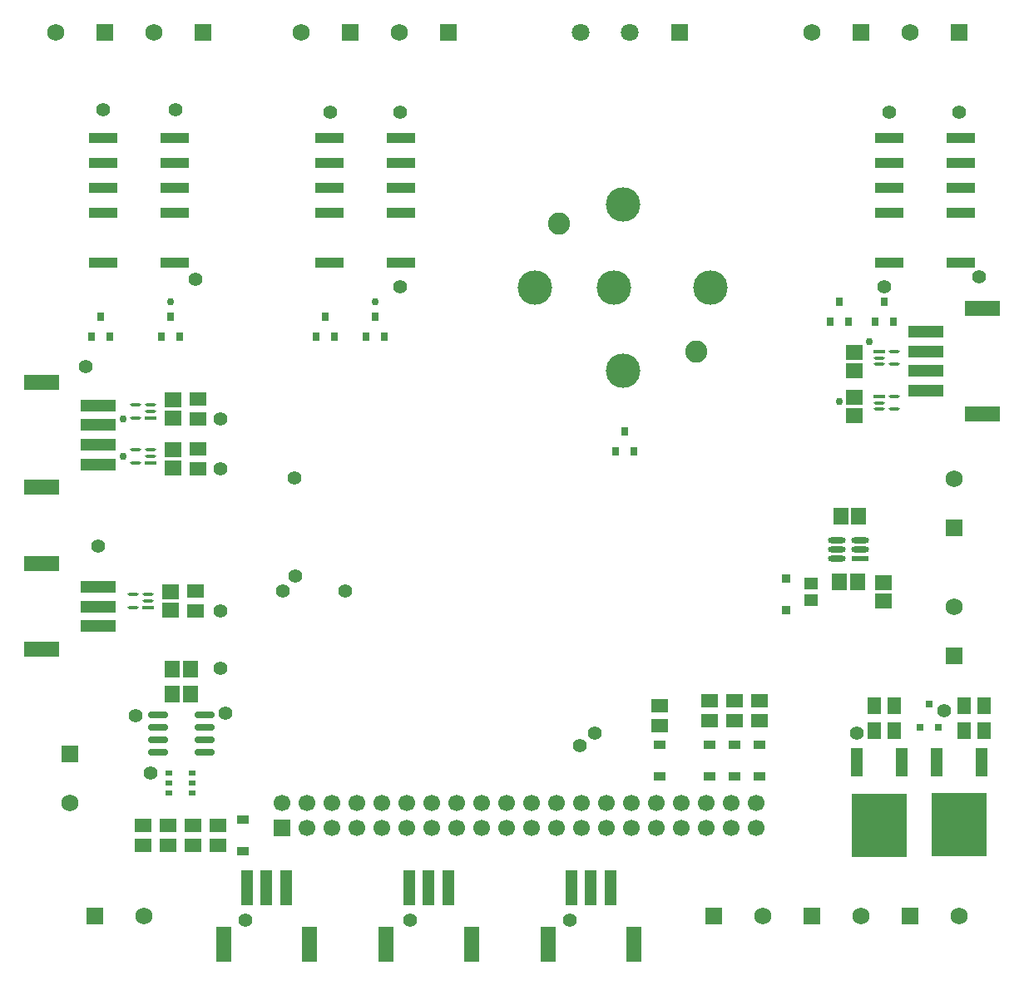
<source format=gts>
G04*
G04 #@! TF.GenerationSoftware,Altium Limited,Altium Designer,20.2.3 (150)*
G04*
G04 Layer_Color=8388736*
%FSLAX25Y25*%
%MOIN*%
G70*
G04*
G04 #@! TF.SameCoordinates,905A4ADE-4B76-40EE-A630-EEB48A76D6D9*
G04*
G04*
G04 #@! TF.FilePolarity,Negative*
G04*
G01*
G75*
%ADD10R,0.03150X0.03543*%
%ADD11R,0.03150X0.03150*%
%ADD13R,0.21850X0.25591*%
%ADD14R,0.04921X0.11221*%
%ADD16R,0.04803X0.03583*%
%ADD22R,0.11811X0.04370*%
G04:AMPARAMS|DCode=23|XSize=45.83mil|YSize=13.22mil|CornerRadius=6.61mil|HoleSize=0mil|Usage=FLASHONLY|Rotation=180.000|XOffset=0mil|YOffset=0mil|HoleType=Round|Shape=RoundedRectangle|*
%AMROUNDEDRECTD23*
21,1,0.04583,0.00000,0,0,180.0*
21,1,0.03260,0.01322,0,0,180.0*
1,1,0.01322,-0.01630,0.00000*
1,1,0.01322,0.01630,0.00000*
1,1,0.01322,0.01630,0.00000*
1,1,0.01322,-0.01630,0.00000*
%
%ADD23ROUNDEDRECTD23*%
%ADD24R,0.04583X0.01322*%
%ADD26R,0.02800X0.02000*%
%ADD27R,0.02800X0.02000*%
%ADD28R,0.02800X0.02000*%
G04:AMPARAMS|DCode=30|XSize=71.07mil|YSize=24.33mil|CornerRadius=12.17mil|HoleSize=0mil|Usage=FLASHONLY|Rotation=180.000|XOffset=0mil|YOffset=0mil|HoleType=Round|Shape=RoundedRectangle|*
%AMROUNDEDRECTD30*
21,1,0.07107,0.00000,0,0,180.0*
21,1,0.04674,0.02433,0,0,180.0*
1,1,0.02433,-0.02337,0.00000*
1,1,0.02433,0.02337,0.00000*
1,1,0.02433,0.02337,0.00000*
1,1,0.02433,-0.02337,0.00000*
%
%ADD30ROUNDEDRECTD30*%
%ADD31R,0.07107X0.02433*%
%ADD32R,0.05544X0.04748*%
%ADD33R,0.03740X0.03543*%
%ADD34R,0.05512X0.06693*%
%ADD35R,0.06693X0.05512*%
%ADD36R,0.14370X0.04528*%
%ADD37R,0.13976X0.06496*%
%ADD38R,0.04528X0.14370*%
%ADD39R,0.06496X0.13976*%
%ADD40R,0.06693X0.06496*%
%ADD41O,0.08071X0.02953*%
%ADD42R,0.06496X0.06693*%
%ADD43C,0.00591*%
%ADD44C,0.13791*%
%ADD45C,0.08858*%
%ADD46C,0.06890*%
%ADD47R,0.06890X0.06890*%
%ADD48R,0.06890X0.06890*%
%ADD49C,0.07087*%
%ADD50R,0.07087X0.07087*%
%ADD51C,0.06693*%
%ADD52R,0.06693X0.06693*%
%ADD53C,0.05591*%
%ADD54C,0.02953*%
D10*
X324260Y258063D02*
D03*
X331740D02*
D03*
X328000Y265937D02*
D03*
X242000Y213937D02*
D03*
X245740Y206063D02*
D03*
X238260D02*
D03*
X346000Y265937D02*
D03*
X349740Y258063D02*
D03*
X342260D02*
D03*
X122000Y259937D02*
D03*
X125740Y252063D02*
D03*
X118260D02*
D03*
X142000Y259937D02*
D03*
X145740Y252063D02*
D03*
X138260D02*
D03*
X32000Y259937D02*
D03*
X35740Y252063D02*
D03*
X28260D02*
D03*
X60000Y259937D02*
D03*
X63740Y252063D02*
D03*
X56260D02*
D03*
D11*
X360260Y95276D02*
D03*
X367740D02*
D03*
X364000Y104724D02*
D03*
D13*
X344000Y56000D02*
D03*
X376000Y56242D02*
D03*
D14*
X335024Y81197D02*
D03*
X352976D02*
D03*
X367024Y81439D02*
D03*
X384976D02*
D03*
D16*
X256000Y75563D02*
D03*
Y88437D02*
D03*
X296000Y75563D02*
D03*
Y88437D02*
D03*
X286000Y75563D02*
D03*
Y88437D02*
D03*
X276000Y75563D02*
D03*
Y88437D02*
D03*
X89000Y45563D02*
D03*
Y58437D02*
D03*
D22*
X32894Y331693D02*
D03*
X61594D02*
D03*
X32894Y301693D02*
D03*
Y311693D02*
D03*
Y321693D02*
D03*
X61594D02*
D03*
Y311693D02*
D03*
Y301693D02*
D03*
X32894Y281693D02*
D03*
X61594D02*
D03*
X123445Y331693D02*
D03*
X152146D02*
D03*
X123445Y301693D02*
D03*
Y311693D02*
D03*
Y321693D02*
D03*
X152146D02*
D03*
Y311693D02*
D03*
Y301693D02*
D03*
X123445Y281693D02*
D03*
X152146D02*
D03*
X376555D02*
D03*
X347854D02*
D03*
X376555Y301693D02*
D03*
Y311693D02*
D03*
Y321693D02*
D03*
X347854D02*
D03*
Y311693D02*
D03*
Y301693D02*
D03*
X376555Y331693D02*
D03*
X347854D02*
D03*
D23*
X45936Y219406D02*
D03*
Y224524D02*
D03*
X52000D02*
D03*
Y221965D02*
D03*
X45936Y201406D02*
D03*
Y206524D02*
D03*
X52000D02*
D03*
Y203965D02*
D03*
X44968Y143441D02*
D03*
Y148559D02*
D03*
X51032D02*
D03*
Y146000D02*
D03*
X350000Y246000D02*
D03*
Y240882D02*
D03*
X343936D02*
D03*
Y243441D02*
D03*
X350064Y228000D02*
D03*
Y222882D02*
D03*
X344000D02*
D03*
Y225441D02*
D03*
D24*
X52000Y219406D02*
D03*
Y201406D02*
D03*
X51032Y143441D02*
D03*
X343936Y246000D02*
D03*
X344000Y228000D02*
D03*
D26*
X68600Y76900D02*
D03*
Y73000D02*
D03*
Y69100D02*
D03*
D27*
X59400D02*
D03*
Y73000D02*
D03*
D28*
Y76900D02*
D03*
D30*
X327046Y162930D02*
D03*
Y166670D02*
D03*
Y170410D02*
D03*
X336105D02*
D03*
Y166670D02*
D03*
D31*
Y162930D02*
D03*
D32*
X316575Y146417D02*
D03*
Y152922D02*
D03*
D33*
X306575Y154870D02*
D03*
Y142469D02*
D03*
D34*
X341965Y94000D02*
D03*
X350035D02*
D03*
X341965Y104000D02*
D03*
X350035D02*
D03*
X377965Y94000D02*
D03*
X386035D02*
D03*
X378000Y104000D02*
D03*
X386071D02*
D03*
D35*
X256000Y104035D02*
D03*
Y95965D02*
D03*
X296000Y106035D02*
D03*
Y97965D02*
D03*
X286000Y97965D02*
D03*
Y106035D02*
D03*
X276000Y106035D02*
D03*
Y97965D02*
D03*
X71000Y218929D02*
D03*
Y227000D02*
D03*
X59000Y56035D02*
D03*
Y47965D02*
D03*
X71000Y198929D02*
D03*
Y207000D02*
D03*
X69000Y47965D02*
D03*
Y56035D02*
D03*
X49000Y47965D02*
D03*
Y56035D02*
D03*
X79000Y56035D02*
D03*
Y47965D02*
D03*
X70000Y141965D02*
D03*
Y150035D02*
D03*
D36*
X31004Y200787D02*
D03*
X31004Y208661D02*
D03*
Y216535D02*
D03*
Y224410D02*
D03*
X362697Y253937D02*
D03*
X362697Y246063D02*
D03*
Y238189D02*
D03*
Y230315D02*
D03*
X31004Y135827D02*
D03*
Y143701D02*
D03*
Y151575D02*
D03*
D37*
X8366Y233661D02*
D03*
Y191535D02*
D03*
X385335Y221063D02*
D03*
Y263189D02*
D03*
X8366Y160827D02*
D03*
Y126575D02*
D03*
D38*
X171260Y31004D02*
D03*
X163386D02*
D03*
X155512D02*
D03*
X106299D02*
D03*
X98425D02*
D03*
X90551D02*
D03*
X236221D02*
D03*
X228346D02*
D03*
X220472D02*
D03*
D39*
X146260Y8366D02*
D03*
X180512D02*
D03*
X81299D02*
D03*
X115551D02*
D03*
X211221D02*
D03*
X245472D02*
D03*
D40*
X345575Y146126D02*
D03*
Y153213D02*
D03*
X61000Y199421D02*
D03*
Y206508D02*
D03*
Y219421D02*
D03*
Y226508D02*
D03*
X60000Y142457D02*
D03*
Y149543D02*
D03*
X334000Y227543D02*
D03*
Y220457D02*
D03*
Y245543D02*
D03*
Y238457D02*
D03*
D41*
X55055Y100286D02*
D03*
Y95286D02*
D03*
Y90286D02*
D03*
Y85286D02*
D03*
X73559Y100286D02*
D03*
Y95286D02*
D03*
Y90286D02*
D03*
Y85286D02*
D03*
D42*
X67850Y118786D02*
D03*
X60764D02*
D03*
X67850Y108786D02*
D03*
X60764D02*
D03*
X335119Y153670D02*
D03*
X328032D02*
D03*
X328457Y180000D02*
D03*
X335543D02*
D03*
D43*
X198819Y374016D02*
D03*
X326772Y110236D02*
D03*
X290000Y374016D02*
D03*
X11811Y259842D02*
D03*
Y110236D02*
D03*
X342520Y203740D02*
D03*
D44*
X276433Y271654D02*
D03*
X205961D02*
D03*
X241197Y238386D02*
D03*
X237457Y271654D02*
D03*
X241197Y304921D02*
D03*
D45*
X215606Y297244D02*
D03*
X270724Y246063D02*
D03*
D46*
X336614Y19685D02*
D03*
X375984D02*
D03*
X297244D02*
D03*
X374016Y143701D02*
D03*
X151575Y374016D02*
D03*
X112205D02*
D03*
X53150D02*
D03*
X13780D02*
D03*
X356299D02*
D03*
X316929D02*
D03*
X19685Y64961D02*
D03*
X49213Y19685D02*
D03*
X374016Y194882D02*
D03*
D47*
X316929Y19685D02*
D03*
X356299D02*
D03*
X277559D02*
D03*
X171260Y374016D02*
D03*
X131890D02*
D03*
X72835D02*
D03*
X33465D02*
D03*
X375984D02*
D03*
X336614D02*
D03*
X29528Y19685D02*
D03*
D48*
X374016Y124016D02*
D03*
X19685Y84646D02*
D03*
X374016Y175197D02*
D03*
D49*
X224410Y374016D02*
D03*
X244094D02*
D03*
D50*
X263779D02*
D03*
D51*
X294724Y55118D02*
D03*
X284724D02*
D03*
X274724D02*
D03*
X264724D02*
D03*
X254724D02*
D03*
X244724D02*
D03*
X234724D02*
D03*
X224724D02*
D03*
X214724D02*
D03*
X204724D02*
D03*
X194724D02*
D03*
X184724D02*
D03*
X174724D02*
D03*
X164724D02*
D03*
X154724D02*
D03*
X144724D02*
D03*
X134724D02*
D03*
X124724D02*
D03*
X114724D02*
D03*
X294724Y65118D02*
D03*
X284724D02*
D03*
X274724D02*
D03*
X264724D02*
D03*
X254724D02*
D03*
X244724D02*
D03*
X234724D02*
D03*
X224724D02*
D03*
X214724D02*
D03*
X204724D02*
D03*
X194724D02*
D03*
X184724D02*
D03*
X174724D02*
D03*
X164724D02*
D03*
X154724D02*
D03*
X144724D02*
D03*
X134724D02*
D03*
X124724D02*
D03*
X114724D02*
D03*
X104724D02*
D03*
D52*
Y55118D02*
D03*
D53*
X334884Y93116D02*
D03*
X224000Y88000D02*
D03*
X230000Y93000D02*
D03*
X346000Y272000D02*
D03*
X370000Y102000D02*
D03*
X220000Y18000D02*
D03*
X156005Y18005D02*
D03*
X90000Y18000D02*
D03*
X26000Y240000D02*
D03*
X109505Y195470D02*
D03*
X80000Y198965D02*
D03*
X46000Y100000D02*
D03*
X31000Y168000D02*
D03*
X80000Y218965D02*
D03*
X110000Y156000D02*
D03*
X105000Y150000D02*
D03*
X130000D02*
D03*
X52000Y77000D02*
D03*
X80000Y119000D02*
D03*
X82000Y101000D02*
D03*
X80000Y142000D02*
D03*
X70000Y275000D02*
D03*
X152000Y272000D02*
D03*
X384000Y276000D02*
D03*
X348000Y342000D02*
D03*
X376000D02*
D03*
X124000D02*
D03*
X152000D02*
D03*
X32894Y342894D02*
D03*
X62000Y342905D02*
D03*
D54*
X328000Y226000D02*
D03*
X340000Y250000D02*
D03*
X41000Y219000D02*
D03*
Y204000D02*
D03*
X142000Y266000D02*
D03*
X60000D02*
D03*
M02*

</source>
